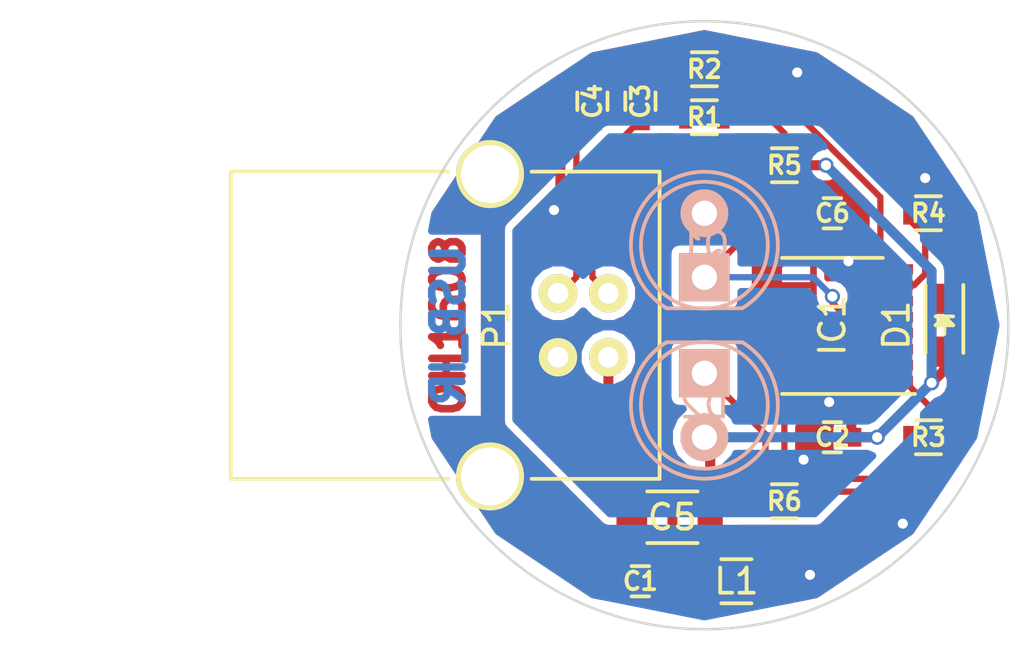
<source format=kicad_pcb>
(kicad_pcb (version 4) (host pcbnew "(2015-09-22 BZR 6208)-product")

  (general
    (links 35)
    (no_connects 0)
    (area 105.030001 92.225 146.050001 118.110001)
    (thickness 1.6)
    (drawings 4)
    (tracks 167)
    (zones 0)
    (modules 18)
    (nets 16)
  )

  (page A4)
  (layers
    (0 F.Cu signal)
    (31 B.Cu signal)
    (32 B.Adhes user)
    (33 F.Adhes user)
    (34 B.Paste user)
    (35 F.Paste user)
    (36 B.SilkS user)
    (37 F.SilkS user)
    (38 B.Mask user)
    (39 F.Mask user)
    (40 Dwgs.User user)
    (41 Cmts.User user)
    (42 Eco1.User user)
    (43 Eco2.User user)
    (44 Edge.Cuts user)
    (45 Margin user)
    (46 B.CrtYd user)
    (47 F.CrtYd user)
    (48 B.Fab user)
    (49 F.Fab user)
  )

  (setup
    (last_trace_width 0.4)
    (trace_clearance 0.2)
    (zone_clearance 0.3)
    (zone_45_only yes)
    (trace_min 0.2)
    (segment_width 0.2)
    (edge_width 0.1)
    (via_size 0.6)
    (via_drill 0.4)
    (via_min_size 0.4)
    (via_min_drill 0.3)
    (uvia_size 0.3)
    (uvia_drill 0.1)
    (uvias_allowed no)
    (uvia_min_size 0.2)
    (uvia_min_drill 0.1)
    (pcb_text_width 0.3)
    (pcb_text_size 1.5 1.5)
    (mod_edge_width 0.15)
    (mod_text_size 1 1)
    (mod_text_width 0.15)
    (pad_size 1.5 1.5)
    (pad_drill 0.6)
    (pad_to_mask_clearance 0)
    (aux_axis_origin 0 0)
    (visible_elements FFFEFF7F)
    (pcbplotparams
      (layerselection 0x010c0_80000001)
      (usegerberextensions false)
      (excludeedgelayer true)
      (linewidth 0.100000)
      (plotframeref false)
      (viasonmask true)
      (mode 1)
      (useauxorigin false)
      (hpglpennumber 1)
      (hpglpenspeed 20)
      (hpglpendiameter 15)
      (hpglpenoverlay 2)
      (psnegative false)
      (psa4output false)
      (plotreference true)
      (plotvalue true)
      (plotinvisibletext false)
      (padsonsilk false)
      (subtractmaskfromsilk false)
      (outputformat 1)
      (mirror false)
      (drillshape 0)
      (scaleselection 1)
      (outputdirectory ""))
  )

  (net 0 "")
  (net 1 "Net-(C1-Pad1)")
  (net 2 GND)
  (net 3 VCC)
  (net 4 "Net-(C3-Pad1)")
  (net 5 "Net-(C4-Pad1)")
  (net 6 "Net-(C6-Pad1)")
  (net 7 "Net-(D1-Pad1)")
  (net 8 "Net-(D2-Pad1)")
  (net 9 /TXD)
  (net 10 /RXD)
  (net 11 /~TXLED)
  (net 12 "Net-(IC1-Pad8)")
  (net 13 "Net-(IC1-Pad9)")
  (net 14 /~RXLED)
  (net 15 Earth)

  (net_class Default "Toto je výchozí třída sítě."
    (clearance 0.2)
    (trace_width 0.4)
    (via_dia 0.6)
    (via_drill 0.4)
    (uvia_dia 0.3)
    (uvia_drill 0.1)
    (add_net /RXD)
    (add_net /TXD)
    (add_net /~RXLED)
    (add_net /~TXLED)
    (add_net Earth)
    (add_net GND)
    (add_net "Net-(C1-Pad1)")
    (add_net "Net-(C3-Pad1)")
    (add_net "Net-(C4-Pad1)")
    (add_net "Net-(C6-Pad1)")
    (add_net "Net-(D1-Pad1)")
    (add_net "Net-(D2-Pad1)")
    (add_net "Net-(IC1-Pad8)")
    (add_net "Net-(IC1-Pad9)")
    (add_net VCC)
  )

  (module Capacitors_SMD:C_1206 (layer F.Cu) (tedit 57C42B35) (tstamp 57C417AF)
    (at 132.08 113.03 180)
    (descr "Capacitor SMD 1206, reflow soldering, AVX (see smccp.pdf)")
    (tags "capacitor 1206")
    (path /56AB1BC8)
    (attr smd)
    (fp_text reference C5 (at 0 0 180) (layer F.SilkS)
      (effects (font (size 1 1) (thickness 0.15)))
    )
    (fp_text value 4u7 (at 0 2.3 180) (layer F.Fab)
      (effects (font (size 1 1) (thickness 0.15)))
    )
    (fp_line (start -2.3 -1.15) (end 2.3 -1.15) (layer F.CrtYd) (width 0.05))
    (fp_line (start -2.3 1.15) (end 2.3 1.15) (layer F.CrtYd) (width 0.05))
    (fp_line (start -2.3 -1.15) (end -2.3 1.15) (layer F.CrtYd) (width 0.05))
    (fp_line (start 2.3 -1.15) (end 2.3 1.15) (layer F.CrtYd) (width 0.05))
    (fp_line (start 1 -1.025) (end -1 -1.025) (layer F.SilkS) (width 0.15))
    (fp_line (start -1 1.025) (end 1 1.025) (layer F.SilkS) (width 0.15))
    (pad 1 smd rect (at -1.5 0 180) (size 1 1.6) (layers F.Cu F.Paste F.Mask)
      (net 3 VCC))
    (pad 2 smd rect (at 1.5 0 180) (size 1 1.6) (layers F.Cu F.Paste F.Mask)
      (net 2 GND))
    (model Capacitors_SMD.3dshapes/C_1206.wrl
      (at (xyz 0 0 0))
      (scale (xyz 1 1 1))
      (rotate (xyz 0 0 0))
    )
  )

  (module LEDs:LED_0805 (layer F.Cu) (tedit 57C42AFD) (tstamp 57C417D6)
    (at 142.875 105.41 270)
    (descr "LED 0805 smd package")
    (tags "LED 0805 SMD")
    (path /56AB7732)
    (attr smd)
    (fp_text reference D1 (at 0 1.905 450) (layer F.SilkS)
      (effects (font (size 1 1) (thickness 0.15)))
    )
    (fp_text value LED_RD (at 0 1.75 270) (layer F.Fab)
      (effects (font (size 1 1) (thickness 0.15)))
    )
    (fp_line (start -0.4 -0.3) (end -0.4 0.3) (layer F.Fab) (width 0.15))
    (fp_line (start -0.3 0) (end 0 -0.3) (layer F.Fab) (width 0.15))
    (fp_line (start 0 0.3) (end -0.3 0) (layer F.Fab) (width 0.15))
    (fp_line (start 0 -0.3) (end 0 0.3) (layer F.Fab) (width 0.15))
    (fp_line (start 1 -0.6) (end -1 -0.6) (layer F.Fab) (width 0.15))
    (fp_line (start 1 0.6) (end 1 -0.6) (layer F.Fab) (width 0.15))
    (fp_line (start -1 0.6) (end 1 0.6) (layer F.Fab) (width 0.15))
    (fp_line (start -1 -0.6) (end -1 0.6) (layer F.Fab) (width 0.15))
    (fp_line (start -1.6 0.75) (end 1.1 0.75) (layer F.SilkS) (width 0.15))
    (fp_line (start -1.6 -0.75) (end 1.1 -0.75) (layer F.SilkS) (width 0.15))
    (fp_line (start -0.1 0.15) (end -0.1 -0.1) (layer F.SilkS) (width 0.15))
    (fp_line (start -0.1 -0.1) (end -0.25 0.05) (layer F.SilkS) (width 0.15))
    (fp_line (start -0.35 -0.35) (end -0.35 0.35) (layer F.SilkS) (width 0.15))
    (fp_line (start 0 0) (end 0.35 0) (layer F.SilkS) (width 0.15))
    (fp_line (start -0.35 0) (end 0 -0.35) (layer F.SilkS) (width 0.15))
    (fp_line (start 0 -0.35) (end 0 0.35) (layer F.SilkS) (width 0.15))
    (fp_line (start 0 0.35) (end -0.35 0) (layer F.SilkS) (width 0.15))
    (fp_line (start 1.9 -0.95) (end 1.9 0.95) (layer F.CrtYd) (width 0.05))
    (fp_line (start 1.9 0.95) (end -1.9 0.95) (layer F.CrtYd) (width 0.05))
    (fp_line (start -1.9 0.95) (end -1.9 -0.95) (layer F.CrtYd) (width 0.05))
    (fp_line (start -1.9 -0.95) (end 1.9 -0.95) (layer F.CrtYd) (width 0.05))
    (pad 2 smd rect (at 1.04902 0 90) (size 1.19888 1.19888) (layers F.Cu F.Paste F.Mask)
      (net 3 VCC))
    (pad 1 smd rect (at -1.04902 0 90) (size 1.19888 1.19888) (layers F.Cu F.Paste F.Mask)
      (net 7 "Net-(D1-Pad1)"))
    (model LEDs.3dshapes/LED_0805.wrl
      (at (xyz 0 0 0))
      (scale (xyz 1 1 1))
      (rotate (xyz 0 0 0))
    )
    (model LEDs.3dshapes/LED-0805.wrl
      (at (xyz 0 0 0))
      (scale (xyz 1 1 1))
      (rotate (xyz 0 0 0))
    )
  )

  (module Housings_SSOP:SSOP-16_3.9x4.9mm_Pitch0.635mm (layer F.Cu) (tedit 57C42B00) (tstamp 57C4181C)
    (at 138.43 105.41 180)
    (descr "SSOP16: plastic shrink small outline package; 16 leads; body width 3.9 mm; lead pitch 0.635; (see NXP SSOP-TSSOP-VSO-REFLOW.pdf and sot519-1_po.pdf)")
    (tags "SSOP 0.635")
    (path /56AB124D)
    (attr smd)
    (fp_text reference IC1 (at 0 0 270) (layer F.SilkS)
      (effects (font (size 1 1) (thickness 0.15)))
    )
    (fp_text value FT230XS (at 0 3.5 180) (layer F.Fab)
      (effects (font (size 1 1) (thickness 0.15)))
    )
    (fp_circle (center -1.5 -2) (end -1.75 -2) (layer F.Fab) (width 0.15))
    (fp_line (start -2 2.5) (end -2 -2.5) (layer F.Fab) (width 0.15))
    (fp_line (start 2 2.5) (end -2 2.5) (layer F.Fab) (width 0.15))
    (fp_line (start 2 -2.5) (end 2 2.5) (layer F.Fab) (width 0.15))
    (fp_line (start -2 -2.5) (end 2 -2.5) (layer F.Fab) (width 0.15))
    (fp_line (start -3.45 -2.85) (end -3.45 2.8) (layer F.CrtYd) (width 0.05))
    (fp_line (start 3.45 -2.85) (end 3.45 2.8) (layer F.CrtYd) (width 0.05))
    (fp_line (start -3.45 -2.85) (end 3.45 -2.85) (layer F.CrtYd) (width 0.05))
    (fp_line (start -3.45 2.8) (end 3.45 2.8) (layer F.CrtYd) (width 0.05))
    (fp_line (start -2 2.675) (end 2 2.675) (layer F.SilkS) (width 0.15))
    (fp_line (start -3.275 -2.725) (end 2 -2.725) (layer F.SilkS) (width 0.15))
    (pad 1 smd rect (at -2.6 -2.2225 180) (size 1.2 0.4) (layers F.Cu F.Paste F.Mask)
      (net 9 /TXD))
    (pad 2 smd rect (at -2.6 -1.5875 180) (size 1.2 0.4) (layers F.Cu F.Paste F.Mask))
    (pad 3 smd rect (at -2.6 -0.9525 180) (size 1.2 0.4) (layers F.Cu F.Paste F.Mask)
      (net 6 "Net-(C6-Pad1)"))
    (pad 4 smd rect (at -2.6 -0.3175 180) (size 1.2 0.4) (layers F.Cu F.Paste F.Mask)
      (net 10 /RXD))
    (pad 5 smd rect (at -2.6 0.3175 180) (size 1.2 0.4) (layers F.Cu F.Paste F.Mask)
      (net 2 GND))
    (pad 6 smd rect (at -2.6 0.9525 180) (size 1.2 0.4) (layers F.Cu F.Paste F.Mask))
    (pad 7 smd rect (at -2.6 1.5875 180) (size 1.2 0.4) (layers F.Cu F.Paste F.Mask)
      (net 11 /~TXLED))
    (pad 8 smd rect (at -2.6 2.2225 180) (size 1.2 0.4) (layers F.Cu F.Paste F.Mask)
      (net 12 "Net-(IC1-Pad8)"))
    (pad 9 smd rect (at 2.6 2.2225 180) (size 1.2 0.4) (layers F.Cu F.Paste F.Mask)
      (net 13 "Net-(IC1-Pad9)"))
    (pad 10 smd rect (at 2.6 1.5875 180) (size 1.2 0.4) (layers F.Cu F.Paste F.Mask)
      (net 6 "Net-(C6-Pad1)"))
    (pad 11 smd rect (at 2.6 0.9525 180) (size 1.2 0.4) (layers F.Cu F.Paste F.Mask)
      (net 6 "Net-(C6-Pad1)"))
    (pad 12 smd rect (at 2.6 0.3175 180) (size 1.2 0.4) (layers F.Cu F.Paste F.Mask)
      (net 3 VCC))
    (pad 13 smd rect (at 2.6 -0.3175 180) (size 1.2 0.4) (layers F.Cu F.Paste F.Mask)
      (net 2 GND))
    (pad 14 smd rect (at 2.6 -0.9525 180) (size 1.2 0.4) (layers F.Cu F.Paste F.Mask)
      (net 14 /~RXLED))
    (pad 15 smd rect (at 2.6 -1.5875 180) (size 1.2 0.4) (layers F.Cu F.Paste F.Mask))
    (pad 16 smd rect (at 2.6 -2.2225 180) (size 1.2 0.4) (layers F.Cu F.Paste F.Mask))
    (model Housings_SSOP.3dshapes/SSOP-16_3.9x4.9mm_Pitch0.635mm.wrl
      (at (xyz 0 0 0))
      (scale (xyz 1 1 1))
      (rotate (xyz 0 0 0))
    )
  )

  (module Resistors_SMD:R_0805 (layer F.Cu) (tedit 57C42B28) (tstamp 57C41828)
    (at 134.62 115.57 180)
    (descr "Resistor SMD 0805, reflow soldering, Vishay (see dcrcw.pdf)")
    (tags "resistor 0805")
    (path /56AB19E3)
    (attr smd)
    (fp_text reference L1 (at 0 0 180) (layer F.SilkS)
      (effects (font (size 1 1) (thickness 0.15)))
    )
    (fp_text value FERRITE (at 0 2.1 180) (layer F.Fab)
      (effects (font (size 1 1) (thickness 0.15)))
    )
    (fp_line (start -1.6 -1) (end 1.6 -1) (layer F.CrtYd) (width 0.05))
    (fp_line (start -1.6 1) (end 1.6 1) (layer F.CrtYd) (width 0.05))
    (fp_line (start -1.6 -1) (end -1.6 1) (layer F.CrtYd) (width 0.05))
    (fp_line (start 1.6 -1) (end 1.6 1) (layer F.CrtYd) (width 0.05))
    (fp_line (start 0.6 0.875) (end -0.6 0.875) (layer F.SilkS) (width 0.15))
    (fp_line (start -0.6 -0.875) (end 0.6 -0.875) (layer F.SilkS) (width 0.15))
    (pad 1 smd rect (at -0.95 0 180) (size 0.7 1.3) (layers F.Cu F.Paste F.Mask)
      (net 3 VCC))
    (pad 2 smd rect (at 0.95 0 180) (size 0.7 1.3) (layers F.Cu F.Paste F.Mask)
      (net 1 "Net-(C1-Pad1)"))
    (model Resistors_SMD.3dshapes/R_0805.wrl
      (at (xyz 0 0 0))
      (scale (xyz 1 1 1))
      (rotate (xyz 0 0 0))
    )
  )

  (module Connect:USB_B (layer F.Cu) (tedit 57C42B08) (tstamp 57C4183C)
    (at 129.54 106.68 180)
    (descr "USB B connector")
    (tags "USB_B USB_DEV")
    (path /56AB17A9)
    (fp_text reference P1 (at 4.445 1.27 270) (layer F.SilkS)
      (effects (font (size 1 1) (thickness 0.15)))
    )
    (fp_text value USB_B (at 4.699 1.27 270) (layer F.Fab)
      (effects (font (size 1 1) (thickness 0.15)))
    )
    (fp_line (start 15.25 8.9) (end -2.3 8.9) (layer F.CrtYd) (width 0.05))
    (fp_line (start -2.3 8.9) (end -2.3 -6.35) (layer F.CrtYd) (width 0.05))
    (fp_line (start -2.3 -6.35) (end 15.25 -6.35) (layer F.CrtYd) (width 0.05))
    (fp_line (start 15.25 -6.35) (end 15.25 8.9) (layer F.CrtYd) (width 0.05))
    (fp_line (start 6.35 7.366) (end 14.986 7.366) (layer F.SilkS) (width 0.15))
    (fp_line (start -2.032 7.366) (end 3.048 7.366) (layer F.SilkS) (width 0.15))
    (fp_line (start 6.35 -4.826) (end 14.986 -4.826) (layer F.SilkS) (width 0.15))
    (fp_line (start -2.032 -4.826) (end 3.048 -4.826) (layer F.SilkS) (width 0.15))
    (fp_line (start 14.986 -4.826) (end 14.986 7.366) (layer F.SilkS) (width 0.15))
    (fp_line (start -2.032 7.366) (end -2.032 -4.826) (layer F.SilkS) (width 0.15))
    (pad 2 thru_hole circle (at 0 2.54 90) (size 1.524 1.524) (drill 0.8128) (layers *.Cu *.Mask F.SilkS)
      (net 4 "Net-(C3-Pad1)"))
    (pad 1 thru_hole circle (at 0 0 90) (size 1.524 1.524) (drill 0.8128) (layers *.Cu *.Mask F.SilkS)
      (net 1 "Net-(C1-Pad1)"))
    (pad 4 thru_hole circle (at 1.99898 0 90) (size 1.524 1.524) (drill 0.8128) (layers *.Cu *.Mask F.SilkS)
      (net 2 GND))
    (pad 3 thru_hole circle (at 1.99898 2.54 90) (size 1.524 1.524) (drill 0.8128) (layers *.Cu *.Mask F.SilkS)
      (net 5 "Net-(C4-Pad1)"))
    (pad 5 thru_hole circle (at 4.699 7.26948 90) (size 2.70002 2.70002) (drill 2.30124) (layers *.Cu *.Mask F.SilkS)
      (net 15 Earth))
    (pad 5 thru_hole circle (at 4.699 -4.72948 90) (size 2.70002 2.70002) (drill 2.30124) (layers *.Cu *.Mask F.SilkS)
      (net 15 Earth))
    (model Connect.3dshapes/USB_B.wrl
      (at (xyz 0.185 -0.05 0.001))
      (scale (xyz 0.3937 0.3937 0.3937))
      (rotate (xyz 0 0 -90))
    )
  )

  (module LEDs:LED-5MM (layer B.Cu) (tedit 57C42BC1) (tstamp 57C41848)
    (at 133.35 103.505 90)
    (descr "LED 5mm round vertical")
    (tags "LED 5mm round vertical")
    (path /57C43F65)
    (fp_text reference Q1 (at 1.27 0 180) (layer B.SilkS)
      (effects (font (size 1 1) (thickness 0.15)) (justify mirror))
    )
    (fp_text value L-53P3C (at 1.524 3.937 90) (layer B.Fab)
      (effects (font (size 1 1) (thickness 0.15)) (justify mirror))
    )
    (fp_line (start -1.5 1.55) (end -1.5 -1.55) (layer B.CrtYd) (width 0.05))
    (fp_arc (start 1.3 0) (end -1.5 -1.55) (angle 302) (layer B.CrtYd) (width 0.05))
    (fp_arc (start 1.27 0) (end -1.23 1.5) (angle -297.5) (layer B.SilkS) (width 0.15))
    (fp_line (start -1.23 -1.5) (end -1.23 1.5) (layer B.SilkS) (width 0.15))
    (fp_circle (center 1.27 0) (end 0.97 2.5) (layer B.SilkS) (width 0.15))
    (fp_text user K (at -1.905 -1.905 90) (layer B.SilkS) hide
      (effects (font (size 1 1) (thickness 0.15)) (justify mirror))
    )
    (pad 1 thru_hole rect (at 0 0) (size 2 1.9) (drill 1.00076) (layers *.Cu *.Mask B.SilkS)
      (net 10 /RXD))
    (pad 2 thru_hole circle (at 2.54 0 90) (size 1.9 1.9) (drill 1.00076) (layers *.Cu *.Mask B.SilkS)
      (net 2 GND))
    (model LEDs.3dshapes/LED-5MM.wrl
      (at (xyz 0.05 0 0))
      (scale (xyz 1 1 1))
      (rotate (xyz 0 0 90))
    )
  )

  (module Capacitors_SMD:C_0603 (layer F.Cu) (tedit 57C42B31) (tstamp 57C41C42)
    (at 130.81 115.57 180)
    (descr "Capacitor SMD 0603, reflow soldering, AVX (see smccp.pdf)")
    (tags "capacitor 0603")
    (path /56AB1939)
    (attr smd)
    (fp_text reference C1 (at 0 0 180) (layer F.SilkS)
      (effects (font (size 0.7 0.7) (thickness 0.15)))
    )
    (fp_text value 10n (at 0 1.9 180) (layer F.Fab)
      (effects (font (size 1 1) (thickness 0.15)))
    )
    (fp_line (start -1.45 -0.75) (end 1.45 -0.75) (layer F.CrtYd) (width 0.05))
    (fp_line (start -1.45 0.75) (end 1.45 0.75) (layer F.CrtYd) (width 0.05))
    (fp_line (start -1.45 -0.75) (end -1.45 0.75) (layer F.CrtYd) (width 0.05))
    (fp_line (start 1.45 -0.75) (end 1.45 0.75) (layer F.CrtYd) (width 0.05))
    (fp_line (start -0.35 -0.6) (end 0.35 -0.6) (layer F.SilkS) (width 0.15))
    (fp_line (start 0.35 0.6) (end -0.35 0.6) (layer F.SilkS) (width 0.15))
    (pad 1 smd rect (at -0.75 0 180) (size 0.8 0.75) (layers F.Cu F.Paste F.Mask)
      (net 1 "Net-(C1-Pad1)"))
    (pad 2 smd rect (at 0.75 0 180) (size 0.8 0.75) (layers F.Cu F.Paste F.Mask)
      (net 2 GND))
    (model Capacitors_SMD.3dshapes/C_0603.wrl
      (at (xyz 0 0 0))
      (scale (xyz 1 1 1))
      (rotate (xyz 0 0 0))
    )
  )

  (module Capacitors_SMD:C_0603 (layer F.Cu) (tedit 57C42B13) (tstamp 57C41C4D)
    (at 138.43 109.855 180)
    (descr "Capacitor SMD 0603, reflow soldering, AVX (see smccp.pdf)")
    (tags "capacitor 0603")
    (path /56AB1B5B)
    (attr smd)
    (fp_text reference C2 (at 0 0 180) (layer F.SilkS)
      (effects (font (size 0.7 0.7) (thickness 0.15)))
    )
    (fp_text value 100n (at 0 1.9 180) (layer F.Fab)
      (effects (font (size 1 1) (thickness 0.15)))
    )
    (fp_line (start -1.45 -0.75) (end 1.45 -0.75) (layer F.CrtYd) (width 0.05))
    (fp_line (start -1.45 0.75) (end 1.45 0.75) (layer F.CrtYd) (width 0.05))
    (fp_line (start -1.45 -0.75) (end -1.45 0.75) (layer F.CrtYd) (width 0.05))
    (fp_line (start 1.45 -0.75) (end 1.45 0.75) (layer F.CrtYd) (width 0.05))
    (fp_line (start -0.35 -0.6) (end 0.35 -0.6) (layer F.SilkS) (width 0.15))
    (fp_line (start 0.35 0.6) (end -0.35 0.6) (layer F.SilkS) (width 0.15))
    (pad 1 smd rect (at -0.75 0 180) (size 0.8 0.75) (layers F.Cu F.Paste F.Mask)
      (net 3 VCC))
    (pad 2 smd rect (at 0.75 0 180) (size 0.8 0.75) (layers F.Cu F.Paste F.Mask)
      (net 2 GND))
    (model Capacitors_SMD.3dshapes/C_0603.wrl
      (at (xyz 0 0 0))
      (scale (xyz 1 1 1))
      (rotate (xyz 0 0 0))
    )
  )

  (module Capacitors_SMD:C_0603 (layer F.Cu) (tedit 57C42ADB) (tstamp 57C41C58)
    (at 130.81 96.52 90)
    (descr "Capacitor SMD 0603, reflow soldering, AVX (see smccp.pdf)")
    (tags "capacitor 0603")
    (path /56AB150B)
    (attr smd)
    (fp_text reference C3 (at 0 0 90) (layer F.SilkS)
      (effects (font (size 0.7 0.7) (thickness 0.15)))
    )
    (fp_text value 47p (at 0 1.9 90) (layer F.Fab)
      (effects (font (size 1 1) (thickness 0.15)))
    )
    (fp_line (start -1.45 -0.75) (end 1.45 -0.75) (layer F.CrtYd) (width 0.05))
    (fp_line (start -1.45 0.75) (end 1.45 0.75) (layer F.CrtYd) (width 0.05))
    (fp_line (start -1.45 -0.75) (end -1.45 0.75) (layer F.CrtYd) (width 0.05))
    (fp_line (start 1.45 -0.75) (end 1.45 0.75) (layer F.CrtYd) (width 0.05))
    (fp_line (start -0.35 -0.6) (end 0.35 -0.6) (layer F.SilkS) (width 0.15))
    (fp_line (start 0.35 0.6) (end -0.35 0.6) (layer F.SilkS) (width 0.15))
    (pad 1 smd rect (at -0.75 0 90) (size 0.8 0.75) (layers F.Cu F.Paste F.Mask)
      (net 4 "Net-(C3-Pad1)"))
    (pad 2 smd rect (at 0.75 0 90) (size 0.8 0.75) (layers F.Cu F.Paste F.Mask)
      (net 2 GND))
    (model Capacitors_SMD.3dshapes/C_0603.wrl
      (at (xyz 0 0 0))
      (scale (xyz 1 1 1))
      (rotate (xyz 0 0 0))
    )
  )

  (module Capacitors_SMD:C_0603 (layer F.Cu) (tedit 57C42AD6) (tstamp 57C41C63)
    (at 128.905 96.52 90)
    (descr "Capacitor SMD 0603, reflow soldering, AVX (see smccp.pdf)")
    (tags "capacitor 0603")
    (path /56AB14DE)
    (attr smd)
    (fp_text reference C4 (at 0 0 90) (layer F.SilkS)
      (effects (font (size 0.7 0.7) (thickness 0.15)))
    )
    (fp_text value 47p (at 0 1.9 90) (layer F.Fab)
      (effects (font (size 1 1) (thickness 0.15)))
    )
    (fp_line (start -1.45 -0.75) (end 1.45 -0.75) (layer F.CrtYd) (width 0.05))
    (fp_line (start -1.45 0.75) (end 1.45 0.75) (layer F.CrtYd) (width 0.05))
    (fp_line (start -1.45 -0.75) (end -1.45 0.75) (layer F.CrtYd) (width 0.05))
    (fp_line (start 1.45 -0.75) (end 1.45 0.75) (layer F.CrtYd) (width 0.05))
    (fp_line (start -0.35 -0.6) (end 0.35 -0.6) (layer F.SilkS) (width 0.15))
    (fp_line (start 0.35 0.6) (end -0.35 0.6) (layer F.SilkS) (width 0.15))
    (pad 1 smd rect (at -0.75 0 90) (size 0.8 0.75) (layers F.Cu F.Paste F.Mask)
      (net 5 "Net-(C4-Pad1)"))
    (pad 2 smd rect (at 0.75 0 90) (size 0.8 0.75) (layers F.Cu F.Paste F.Mask)
      (net 2 GND))
    (model Capacitors_SMD.3dshapes/C_0603.wrl
      (at (xyz 0 0 0))
      (scale (xyz 1 1 1))
      (rotate (xyz 0 0 0))
    )
  )

  (module Capacitors_SMD:C_0603 (layer F.Cu) (tedit 57C42AE5) (tstamp 57C41C6E)
    (at 138.43 100.965)
    (descr "Capacitor SMD 0603, reflow soldering, AVX (see smccp.pdf)")
    (tags "capacitor 0603")
    (path /56AB12F0)
    (attr smd)
    (fp_text reference C6 (at 0 0) (layer F.SilkS)
      (effects (font (size 0.7 0.7) (thickness 0.15)))
    )
    (fp_text value 100n (at 0 1.9) (layer F.Fab)
      (effects (font (size 1 1) (thickness 0.15)))
    )
    (fp_line (start -1.45 -0.75) (end 1.45 -0.75) (layer F.CrtYd) (width 0.05))
    (fp_line (start -1.45 0.75) (end 1.45 0.75) (layer F.CrtYd) (width 0.05))
    (fp_line (start -1.45 -0.75) (end -1.45 0.75) (layer F.CrtYd) (width 0.05))
    (fp_line (start 1.45 -0.75) (end 1.45 0.75) (layer F.CrtYd) (width 0.05))
    (fp_line (start -0.35 -0.6) (end 0.35 -0.6) (layer F.SilkS) (width 0.15))
    (fp_line (start 0.35 0.6) (end -0.35 0.6) (layer F.SilkS) (width 0.15))
    (pad 1 smd rect (at -0.75 0) (size 0.8 0.75) (layers F.Cu F.Paste F.Mask)
      (net 6 "Net-(C6-Pad1)"))
    (pad 2 smd rect (at 0.75 0) (size 0.8 0.75) (layers F.Cu F.Paste F.Mask)
      (net 2 GND))
    (model Capacitors_SMD.3dshapes/C_0603.wrl
      (at (xyz 0 0 0))
      (scale (xyz 1 1 1))
      (rotate (xyz 0 0 0))
    )
  )

  (module LEDs:LED-5MM (layer B.Cu) (tedit 57C42BC5) (tstamp 57C41C79)
    (at 133.35 107.315 270)
    (descr "LED 5mm round vertical")
    (tags "LED 5mm round vertical")
    (path /57C41F91)
    (fp_text reference D2 (at 1.27 0 360) (layer B.SilkS)
      (effects (font (size 1 1) (thickness 0.15)) (justify mirror))
    )
    (fp_text value L-53F3C (at 1.524 3.937 270) (layer B.Fab)
      (effects (font (size 1 1) (thickness 0.15)) (justify mirror))
    )
    (fp_line (start -1.5 1.55) (end -1.5 -1.55) (layer B.CrtYd) (width 0.05))
    (fp_arc (start 1.3 0) (end -1.5 -1.55) (angle 302) (layer B.CrtYd) (width 0.05))
    (fp_arc (start 1.27 0) (end -1.23 1.5) (angle -297.5) (layer B.SilkS) (width 0.15))
    (fp_line (start -1.23 -1.5) (end -1.23 1.5) (layer B.SilkS) (width 0.15))
    (fp_circle (center 1.27 0) (end 0.97 2.5) (layer B.SilkS) (width 0.15))
    (fp_text user K (at -1.905 -1.905 270) (layer B.SilkS) hide
      (effects (font (size 1 1) (thickness 0.15)) (justify mirror))
    )
    (pad 1 thru_hole rect (at 0 0 180) (size 2 1.9) (drill 1.00076) (layers *.Cu *.Mask B.SilkS)
      (net 8 "Net-(D2-Pad1)"))
    (pad 2 thru_hole circle (at 2.54 0 270) (size 1.9 1.9) (drill 1.00076) (layers *.Cu *.Mask B.SilkS)
      (net 3 VCC))
    (model LEDs.3dshapes/LED-5MM.wrl
      (at (xyz 0.05 0 0))
      (scale (xyz 1 1 1))
      (rotate (xyz 0 0 90))
    )
  )

  (module Resistors_SMD:R_0603 (layer F.Cu) (tedit 57C42ACB) (tstamp 57C41C84)
    (at 133.35 97.155 180)
    (descr "Resistor SMD 0603, reflow soldering, Vishay (see dcrcw.pdf)")
    (tags "resistor 0603")
    (path /56AB13EB)
    (attr smd)
    (fp_text reference R1 (at 0 0 180) (layer F.SilkS)
      (effects (font (size 0.7 0.7) (thickness 0.15)))
    )
    (fp_text value 27R (at 0 1.9 180) (layer F.Fab)
      (effects (font (size 1 1) (thickness 0.15)))
    )
    (fp_line (start -1.3 -0.8) (end 1.3 -0.8) (layer F.CrtYd) (width 0.05))
    (fp_line (start -1.3 0.8) (end 1.3 0.8) (layer F.CrtYd) (width 0.05))
    (fp_line (start -1.3 -0.8) (end -1.3 0.8) (layer F.CrtYd) (width 0.05))
    (fp_line (start 1.3 -0.8) (end 1.3 0.8) (layer F.CrtYd) (width 0.05))
    (fp_line (start 0.5 0.675) (end -0.5 0.675) (layer F.SilkS) (width 0.15))
    (fp_line (start -0.5 -0.675) (end 0.5 -0.675) (layer F.SilkS) (width 0.15))
    (pad 1 smd rect (at -0.75 0 180) (size 0.5 0.9) (layers F.Cu F.Paste F.Mask)
      (net 13 "Net-(IC1-Pad9)"))
    (pad 2 smd rect (at 0.75 0 180) (size 0.5 0.9) (layers F.Cu F.Paste F.Mask)
      (net 4 "Net-(C3-Pad1)"))
    (model Resistors_SMD.3dshapes/R_0603.wrl
      (at (xyz 0 0 0))
      (scale (xyz 1 1 1))
      (rotate (xyz 0 0 0))
    )
  )

  (module Resistors_SMD:R_0603 (layer F.Cu) (tedit 57C42AB9) (tstamp 57C41C8F)
    (at 133.35 95.25 180)
    (descr "Resistor SMD 0603, reflow soldering, Vishay (see dcrcw.pdf)")
    (tags "resistor 0603")
    (path /56AB1459)
    (attr smd)
    (fp_text reference R2 (at 0 0 180) (layer F.SilkS)
      (effects (font (size 0.7 0.7) (thickness 0.15)))
    )
    (fp_text value 27R (at 0 1.9 180) (layer F.Fab)
      (effects (font (size 1 1) (thickness 0.15)))
    )
    (fp_line (start -1.3 -0.8) (end 1.3 -0.8) (layer F.CrtYd) (width 0.05))
    (fp_line (start -1.3 0.8) (end 1.3 0.8) (layer F.CrtYd) (width 0.05))
    (fp_line (start -1.3 -0.8) (end -1.3 0.8) (layer F.CrtYd) (width 0.05))
    (fp_line (start 1.3 -0.8) (end 1.3 0.8) (layer F.CrtYd) (width 0.05))
    (fp_line (start 0.5 0.675) (end -0.5 0.675) (layer F.SilkS) (width 0.15))
    (fp_line (start -0.5 -0.675) (end 0.5 -0.675) (layer F.SilkS) (width 0.15))
    (pad 1 smd rect (at -0.75 0 180) (size 0.5 0.9) (layers F.Cu F.Paste F.Mask)
      (net 12 "Net-(IC1-Pad8)"))
    (pad 2 smd rect (at 0.75 0 180) (size 0.5 0.9) (layers F.Cu F.Paste F.Mask)
      (net 5 "Net-(C4-Pad1)"))
    (model Resistors_SMD.3dshapes/R_0603.wrl
      (at (xyz 0 0 0))
      (scale (xyz 1 1 1))
      (rotate (xyz 0 0 0))
    )
  )

  (module Resistors_SMD:R_0603 (layer F.Cu) (tedit 57C42B1D) (tstamp 57C41C9A)
    (at 142.24 109.855 180)
    (descr "Resistor SMD 0603, reflow soldering, Vishay (see dcrcw.pdf)")
    (tags "resistor 0603")
    (path /56AB7AB5)
    (attr smd)
    (fp_text reference R3 (at 0 0 180) (layer F.SilkS)
      (effects (font (size 0.7 0.7) (thickness 0.15)))
    )
    (fp_text value 470R (at 0 1.9 180) (layer F.Fab)
      (effects (font (size 1 1) (thickness 0.15)))
    )
    (fp_line (start -1.3 -0.8) (end 1.3 -0.8) (layer F.CrtYd) (width 0.05))
    (fp_line (start -1.3 0.8) (end 1.3 0.8) (layer F.CrtYd) (width 0.05))
    (fp_line (start -1.3 -0.8) (end -1.3 0.8) (layer F.CrtYd) (width 0.05))
    (fp_line (start 1.3 -0.8) (end 1.3 0.8) (layer F.CrtYd) (width 0.05))
    (fp_line (start 0.5 0.675) (end -0.5 0.675) (layer F.SilkS) (width 0.15))
    (fp_line (start -0.5 -0.675) (end 0.5 -0.675) (layer F.SilkS) (width 0.15))
    (pad 1 smd rect (at -0.75 0 180) (size 0.5 0.9) (layers F.Cu F.Paste F.Mask)
      (net 7 "Net-(D1-Pad1)"))
    (pad 2 smd rect (at 0.75 0 180) (size 0.5 0.9) (layers F.Cu F.Paste F.Mask)
      (net 14 /~RXLED))
    (model Resistors_SMD.3dshapes/R_0603.wrl
      (at (xyz 0 0 0))
      (scale (xyz 1 1 1))
      (rotate (xyz 0 0 0))
    )
  )

  (module Resistors_SMD:R_0603 (layer F.Cu) (tedit 57C42AC3) (tstamp 57C41CA5)
    (at 136.525 99.06)
    (descr "Resistor SMD 0603, reflow soldering, Vishay (see dcrcw.pdf)")
    (tags "resistor 0603")
    (path /57C41DB7)
    (attr smd)
    (fp_text reference R5 (at 0 0) (layer F.SilkS)
      (effects (font (size 0.7 0.7) (thickness 0.15)))
    )
    (fp_text value 4k7 (at 0 1.9) (layer F.Fab)
      (effects (font (size 1 1) (thickness 0.15)))
    )
    (fp_line (start -1.3 -0.8) (end 1.3 -0.8) (layer F.CrtYd) (width 0.05))
    (fp_line (start -1.3 0.8) (end 1.3 0.8) (layer F.CrtYd) (width 0.05))
    (fp_line (start -1.3 -0.8) (end -1.3 0.8) (layer F.CrtYd) (width 0.05))
    (fp_line (start 1.3 -0.8) (end 1.3 0.8) (layer F.CrtYd) (width 0.05))
    (fp_line (start 0.5 0.675) (end -0.5 0.675) (layer F.SilkS) (width 0.15))
    (fp_line (start -0.5 -0.675) (end 0.5 -0.675) (layer F.SilkS) (width 0.15))
    (pad 1 smd rect (at -0.75 0) (size 0.5 0.9) (layers F.Cu F.Paste F.Mask)
      (net 10 /RXD))
    (pad 2 smd rect (at 0.75 0) (size 0.5 0.9) (layers F.Cu F.Paste F.Mask)
      (net 3 VCC))
    (model Resistors_SMD.3dshapes/R_0603.wrl
      (at (xyz 0 0 0))
      (scale (xyz 1 1 1))
      (rotate (xyz 0 0 0))
    )
  )

  (module Resistors_SMD:R_0603 (layer F.Cu) (tedit 57C42B24) (tstamp 57C41CB0)
    (at 136.525 112.395)
    (descr "Resistor SMD 0603, reflow soldering, Vishay (see dcrcw.pdf)")
    (tags "resistor 0603")
    (path /57C41EEE)
    (attr smd)
    (fp_text reference R6 (at 0 0) (layer F.SilkS)
      (effects (font (size 0.7 0.7) (thickness 0.15)))
    )
    (fp_text value 390R (at 0 1.9) (layer F.Fab)
      (effects (font (size 1 1) (thickness 0.15)))
    )
    (fp_line (start -1.3 -0.8) (end 1.3 -0.8) (layer F.CrtYd) (width 0.05))
    (fp_line (start -1.3 0.8) (end 1.3 0.8) (layer F.CrtYd) (width 0.05))
    (fp_line (start -1.3 -0.8) (end -1.3 0.8) (layer F.CrtYd) (width 0.05))
    (fp_line (start 1.3 -0.8) (end 1.3 0.8) (layer F.CrtYd) (width 0.05))
    (fp_line (start 0.5 0.675) (end -0.5 0.675) (layer F.SilkS) (width 0.15))
    (fp_line (start -0.5 -0.675) (end 0.5 -0.675) (layer F.SilkS) (width 0.15))
    (pad 1 smd rect (at -0.75 0) (size 0.5 0.9) (layers F.Cu F.Paste F.Mask)
      (net 8 "Net-(D2-Pad1)"))
    (pad 2 smd rect (at 0.75 0) (size 0.5 0.9) (layers F.Cu F.Paste F.Mask)
      (net 9 /TXD))
    (model Resistors_SMD.3dshapes/R_0603.wrl
      (at (xyz 0 0 0))
      (scale (xyz 1 1 1))
      (rotate (xyz 0 0 0))
    )
  )

  (module Resistors_SMD:R_0603 (layer F.Cu) (tedit 57C42AED) (tstamp 57C41EAD)
    (at 142.24 100.965 180)
    (descr "Resistor SMD 0603, reflow soldering, Vishay (see dcrcw.pdf)")
    (tags "resistor 0603")
    (path /56AB7B2C)
    (attr smd)
    (fp_text reference R4 (at 0 0 180) (layer F.SilkS)
      (effects (font (size 0.7 0.7) (thickness 0.15)))
    )
    (fp_text value 470R (at 0 1.9 180) (layer F.Fab)
      (effects (font (size 1 1) (thickness 0.15)))
    )
    (fp_line (start -1.3 -0.8) (end 1.3 -0.8) (layer F.CrtYd) (width 0.05))
    (fp_line (start -1.3 0.8) (end 1.3 0.8) (layer F.CrtYd) (width 0.05))
    (fp_line (start -1.3 -0.8) (end -1.3 0.8) (layer F.CrtYd) (width 0.05))
    (fp_line (start 1.3 -0.8) (end 1.3 0.8) (layer F.CrtYd) (width 0.05))
    (fp_line (start 0.5 0.675) (end -0.5 0.675) (layer F.SilkS) (width 0.15))
    (fp_line (start -0.5 -0.675) (end 0.5 -0.675) (layer F.SilkS) (width 0.15))
    (pad 1 smd rect (at -0.75 0 180) (size 0.5 0.9) (layers F.Cu F.Paste F.Mask)
      (net 7 "Net-(D1-Pad1)"))
    (pad 2 smd rect (at 0.75 0 180) (size 0.5 0.9) (layers F.Cu F.Paste F.Mask)
      (net 11 /~TXLED))
    (model Resistors_SMD.3dshapes/R_0603.wrl
      (at (xyz 0 0 0))
      (scale (xyz 1 1 1))
      (rotate (xyz 0 0 0))
    )
  )

  (gr_text USB_IR (at 123.19 105.41 90) (layer B.Cu)
    (effects (font (size 1.2 1.2) (thickness 0.3)) (justify mirror))
  )
  (gr_text OH1608 (at 123.19 105.41 90) (layer F.Cu)
    (effects (font (size 1.2 1.2) (thickness 0.3)))
  )
  (dimension 24.13 (width 0.3) (layer Dwgs.User)
    (gr_text "24,130 mm" (at 111.68 105.41 270) (layer Dwgs.User)
      (effects (font (size 1.5 1.5) (thickness 0.3)))
    )
    (feature1 (pts (xy 133.35 117.475) (xy 110.33 117.475)))
    (feature2 (pts (xy 133.35 93.345) (xy 110.33 93.345)))
    (crossbar (pts (xy 113.03 93.345) (xy 113.03 117.475)))
    (arrow1a (pts (xy 113.03 117.475) (xy 112.443579 116.348496)))
    (arrow1b (pts (xy 113.03 117.475) (xy 113.616421 116.348496)))
    (arrow2a (pts (xy 113.03 93.345) (xy 112.443579 94.471504)))
    (arrow2b (pts (xy 113.03 93.345) (xy 113.616421 94.471504)))
  )
  (gr_circle (center 133.35 105.41) (end 133.35 117.475) (layer Edge.Cuts) (width 0.1))

  (segment (start 133.67 115.57) (end 132.08 115.57) (width 0.4) (layer F.Cu) (net 1))
  (segment (start 129.54 109.22) (end 129.54 106.68) (width 0.4) (layer F.Cu) (net 1) (tstamp 57C42273))
  (segment (start 132.08 115.57) (end 132.08 111.76) (width 0.4) (layer F.Cu) (net 1) (tstamp 57C42271))
  (segment (start 131.56 115.57) (end 133.67 115.57) (width 0.4) (layer F.Cu) (net 1))
  (segment (start 132.08 111.76) (end 129.54 109.22) (width 0.4) (layer F.Cu) (net 1) (tstamp 57C42272))
  (segment (start 137.68 109.855) (end 137.68 108.954) (width 0.4) (layer F.Cu) (net 2) (status 400000))
  (segment (start 137.68 108.954) (end 138.176 108.458) (width 0.4) (layer F.Cu) (net 2) (tstamp 57C432F4))
  (segment (start 138.176 108.458) (end 138.303 108.458) (width 0.4) (layer F.Cu) (net 2) (tstamp 57C432F6))
  (via (at 138.303 108.458) (size 0.6) (drill 0.4) (layers F.Cu B.Cu) (net 2))
  (segment (start 138.303 108.458) (end 138.303 108.204) (width 0.4) (layer B.Cu) (net 2) (tstamp 57C432FB))
  (segment (start 130.06 115.57) (end 130.06 112.28) (width 0.4) (layer F.Cu) (net 2))
  (segment (start 130.06 112.28) (end 130.58 112.8) (width 0.4) (layer F.Cu) (net 2) (tstamp 57C42710))
  (segment (start 130.58 112.8) (end 130.58 113.03) (width 0.4) (layer F.Cu) (net 2) (tstamp 57C42712))
  (segment (start 137.68 109.855) (end 137.68 110.351) (width 0.4) (layer F.Cu) (net 2))
  (segment (start 137.287 110.744) (end 137.541 110.744) (width 0.4) (layer B.Cu) (net 2) (tstamp 57C424E9))
  (via (at 137.287 110.744) (size 0.6) (drill 0.4) (layers F.Cu B.Cu) (net 2))
  (segment (start 137.68 110.351) (end 137.287 110.744) (width 0.4) (layer F.Cu) (net 2) (tstamp 57C424DE))
  (segment (start 135.83 105.7275) (end 136.8425 105.7275) (width 0.4) (layer F.Cu) (net 2))
  (segment (start 137.68 108.954) (end 137.68 109.855) (width 0.4) (layer F.Cu) (net 2) (tstamp 57C42475))
  (segment (start 137.922 108.712) (end 137.68 108.954) (width 0.4) (layer F.Cu) (net 2) (tstamp 57C42473))
  (segment (start 137.922 106.807) (end 137.922 108.712) (width 0.4) (layer F.Cu) (net 2) (tstamp 57C4246F))
  (segment (start 136.8425 105.7275) (end 137.922 106.807) (width 0.4) (layer F.Cu) (net 2) (tstamp 57C4246D))
  (segment (start 130.06 115.57) (end 130.06 113.55) (width 0.4) (layer F.Cu) (net 2))
  (segment (start 135.83 105.7275) (end 131.1275 105.7275) (width 0.4) (layer F.Cu) (net 2))
  (segment (start 131.1275 105.7275) (end 130.81 105.41) (width 0.4) (layer F.Cu) (net 2) (tstamp 57C42411))
  (segment (start 130.81 105.41) (end 128.81102 105.41) (width 0.4) (layer F.Cu) (net 2) (tstamp 57C42414))
  (segment (start 130.81 95.77) (end 128.905 95.77) (width 0.4) (layer F.Cu) (net 2))
  (segment (start 128.905 95.77) (end 128.79 95.885) (width 0.4) (layer F.Cu) (net 2) (tstamp 57C423F6))
  (segment (start 128.79 95.885) (end 128.27 95.885) (width 0.4) (layer F.Cu) (net 2) (tstamp 57C423F7))
  (segment (start 128.27 95.885) (end 127.635 96.52) (width 0.4) (layer F.Cu) (net 2) (tstamp 57C423FA))
  (segment (start 127.635 96.52) (end 127.635 101.6) (width 0.4) (layer F.Cu) (net 2) (tstamp 57C423FB))
  (segment (start 133.35 100.965) (end 134.62 99.695) (width 0.4) (layer B.Cu) (net 2))
  (segment (start 140.0175 105.0925) (end 141.03 105.0925) (width 0.4) (layer F.Cu) (net 2) (tstamp 57C4229E))
  (segment (start 139.7 104.775) (end 140.0175 105.0925) (width 0.4) (layer F.Cu) (net 2) (tstamp 57C4229D))
  (segment (start 139.7 103.505) (end 139.7 104.775) (width 0.4) (layer F.Cu) (net 2) (tstamp 57C4229C))
  (segment (start 139.065 102.87) (end 139.7 103.505) (width 0.4) (layer F.Cu) (net 2) (tstamp 57C4229B))
  (via (at 139.065 102.87) (size 0.6) (drill 0.4) (layers F.Cu B.Cu) (net 2))
  (segment (start 135.89 99.695) (end 139.065 102.87) (width 0.4) (layer B.Cu) (net 2) (tstamp 57C42298))
  (segment (start 134.62 99.695) (end 135.89 99.695) (width 0.4) (layer B.Cu) (net 2) (tstamp 57C42297))
  (segment (start 127.635 101.6) (end 127.635 101.092) (width 0.4) (layer F.Cu) (net 2))
  (segment (start 126.111 105.24998) (end 127.54102 106.68) (width 0.4) (layer B.Cu) (net 2) (tstamp 57C4250E))
  (segment (start 126.111 102.108) (end 126.111 105.24998) (width 0.4) (layer B.Cu) (net 2) (tstamp 57C42505))
  (segment (start 127.381 100.838) (end 126.111 102.108) (width 0.4) (layer B.Cu) (net 2) (tstamp 57C42504))
  (via (at 127.381 100.838) (size 0.6) (drill 0.4) (layers F.Cu B.Cu) (net 2))
  (segment (start 127.635 101.092) (end 127.381 100.838) (width 0.4) (layer F.Cu) (net 2) (tstamp 57C424FD))
  (segment (start 128.81102 105.41) (end 127.54102 106.68) (width 0.4) (layer F.Cu) (net 2) (tstamp 57C42418))
  (segment (start 135.57 115.57) (end 135.57 115.25) (width 0.4) (layer F.Cu) (net 3))
  (segment (start 135.57 115.25) (end 133.58 113.26) (width 0.4) (layer F.Cu) (net 3) (tstamp 57C42277))
  (segment (start 133.58 113.26) (end 133.58 113.03) (width 0.4) (layer F.Cu) (net 3) (tstamp 57C42278))
  (segment (start 133.58 113.03) (end 133.58 110.085) (width 0.4) (layer F.Cu) (net 3))
  (segment (start 133.58 110.085) (end 133.35 109.855) (width 0.4) (layer F.Cu) (net 3) (tstamp 57C42233))
  (segment (start 133.665 113.115) (end 133.58 113.03) (width 0.4) (layer F.Cu) (net 3) (tstamp 57C42230))
  (segment (start 142.367 107.696) (end 142.367 103.251) (width 0.4) (layer B.Cu) (net 3))
  (segment (start 138.176 99.06) (end 137.275 99.06) (width 0.4) (layer F.Cu) (net 3) (tstamp 57C4222C))
  (via (at 138.176 99.06) (size 0.6) (drill 0.4) (layers F.Cu B.Cu) (net 3))
  (segment (start 142.367 103.251) (end 138.176 99.06) (width 0.4) (layer B.Cu) (net 3) (tstamp 57C42228))
  (segment (start 140.208 109.855) (end 133.35 109.855) (width 0.4) (layer B.Cu) (net 3))
  (segment (start 142.875 106.45902) (end 142.875 107.188) (width 0.4) (layer F.Cu) (net 3))
  (segment (start 140.208 109.855) (end 139.18 109.855) (width 0.4) (layer F.Cu) (net 3) (tstamp 57C42223))
  (via (at 140.208 109.855) (size 0.6) (drill 0.4) (layers F.Cu B.Cu) (net 3))
  (segment (start 142.367 107.696) (end 140.208 109.855) (width 0.4) (layer B.Cu) (net 3) (tstamp 57C42220))
  (via (at 142.367 107.696) (size 0.6) (drill 0.4) (layers F.Cu B.Cu) (net 3))
  (segment (start 142.875 107.188) (end 142.367 107.696) (width 0.4) (layer F.Cu) (net 3) (tstamp 57C4221D))
  (segment (start 135.83 105.0925) (end 137.2235 105.0925) (width 0.4) (layer F.Cu) (net 3))
  (segment (start 139.18 107.049) (end 139.18 109.855) (width 0.4) (layer F.Cu) (net 3) (tstamp 57C42219))
  (segment (start 137.2235 105.0925) (end 139.18 107.049) (width 0.4) (layer F.Cu) (net 3) (tstamp 57C42218))
  (segment (start 130.81 97.27) (end 132.485 97.27) (width 0.25) (layer F.Cu) (net 4))
  (segment (start 132.485 97.27) (end 132.6 97.155) (width 0.25) (layer F.Cu) (net 4) (tstamp 57C4207A))
  (segment (start 129.54 104.14) (end 128.905 103.505) (width 0.25) (layer F.Cu) (net 4))
  (segment (start 128.905 99.175) (end 130.81 97.27) (width 0.25) (layer F.Cu) (net 4) (tstamp 57C42071))
  (segment (start 128.905 103.505) (end 128.905 99.175) (width 0.25) (layer F.Cu) (net 4) (tstamp 57C42070))
  (segment (start 128.905 97.27) (end 128.905 97.155) (width 0.25) (layer F.Cu) (net 5))
  (segment (start 128.905 97.155) (end 129.54 96.52) (width 0.25) (layer F.Cu) (net 5) (tstamp 57C4207D))
  (segment (start 131.445 96.52) (end 132.6 95.365) (width 0.25) (layer F.Cu) (net 5) (tstamp 57C4207F))
  (segment (start 129.54 96.52) (end 131.445 96.52) (width 0.25) (layer F.Cu) (net 5) (tstamp 57C4207E))
  (segment (start 132.6 95.365) (end 132.6 95.25) (width 0.25) (layer F.Cu) (net 5) (tstamp 57C42080))
  (segment (start 127.54102 104.14) (end 127.635 104.14) (width 0.25) (layer F.Cu) (net 5))
  (segment (start 127.635 104.14) (end 128.27 103.505) (width 0.25) (layer F.Cu) (net 5) (tstamp 57C42075))
  (segment (start 128.27 103.505) (end 128.27 97.905) (width 0.25) (layer F.Cu) (net 5) (tstamp 57C42076))
  (segment (start 128.27 97.905) (end 128.905 97.27) (width 0.25) (layer F.Cu) (net 5) (tstamp 57C42077))
  (segment (start 135.83 104.4575) (end 137.68 104.4575) (width 0.25) (layer F.Cu) (net 6))
  (segment (start 137.68 104.4575) (end 137.68 100.965) (width 0.25) (layer F.Cu) (net 6) (tstamp 57C421A5))
  (segment (start 135.83 103.8225) (end 137.68 103.8225) (width 0.25) (layer F.Cu) (net 6))
  (segment (start 137.68 103.8225) (end 137.68 100.965) (width 0.25) (layer F.Cu) (net 6) (tstamp 57C421A2))
  (segment (start 135.83 104.4575) (end 137.4775 104.4575) (width 0.25) (layer F.Cu) (net 6))
  (segment (start 137.4775 104.4575) (end 137.795 104.775) (width 0.25) (layer F.Cu) (net 6) (tstamp 57C42190))
  (segment (start 137.68 100.965) (end 137.68 104.66) (width 0.25) (layer F.Cu) (net 6))
  (segment (start 137.68 104.66) (end 137.795 104.775) (width 0.25) (layer F.Cu) (net 6) (tstamp 57C4218A))
  (segment (start 139.3825 106.3625) (end 141.03 106.3625) (width 0.25) (layer F.Cu) (net 6) (tstamp 57C4218C))
  (segment (start 137.795 104.775) (end 139.3825 106.3625) (width 0.25) (layer F.Cu) (net 6) (tstamp 57C42193))
  (segment (start 142.875 104.36098) (end 144.145 104.36098) (width 0.25) (layer F.Cu) (net 7))
  (segment (start 144.145 104.36098) (end 144.145 104.14) (width 0.25) (layer F.Cu) (net 7) (tstamp 57C42210))
  (segment (start 142.99 109.855) (end 142.99 109.105) (width 0.25) (layer F.Cu) (net 7))
  (segment (start 142.99 101.715) (end 144.145 102.87) (width 0.25) (layer F.Cu) (net 7) (tstamp 57C42152))
  (segment (start 144.145 102.87) (end 144.145 104.14) (width 0.25) (layer F.Cu) (net 7) (tstamp 57C42153))
  (segment (start 144.145 104.14) (end 144.145 106.68) (width 0.25) (layer F.Cu) (net 7) (tstamp 57C42213))
  (segment (start 144.145 106.68) (end 144.145 107.95) (width 0.25) (layer F.Cu) (net 7) (tstamp 57C4215D))
  (segment (start 144.145 107.95) (end 143.51 108.585) (width 0.25) (layer F.Cu) (net 7) (tstamp 57C42154))
  (segment (start 142.99 101.715) (end 142.99 100.965) (width 0.25) (layer F.Cu) (net 7))
  (segment (start 142.99 109.105) (end 143.51 108.585) (width 0.25) (layer F.Cu) (net 7) (tstamp 57C42157))
  (segment (start 135.775 112.395) (end 135.775 109.74) (width 0.25) (layer F.Cu) (net 8))
  (segment (start 135.255 109.22) (end 133.35 107.315) (width 0.25) (layer F.Cu) (net 8))
  (segment (start 135.775 109.74) (end 135.255 109.22) (width 0.25) (layer F.Cu) (net 8) (tstamp 57C421AB))
  (segment (start 137.275 112.395) (end 137.275 112.28) (width 0.25) (layer F.Cu) (net 9))
  (segment (start 137.275 112.28) (end 137.541 112.014) (width 0.25) (layer F.Cu) (net 9) (tstamp 57C424CC))
  (segment (start 142.24 108.585) (end 142.24 110.49) (width 0.25) (layer F.Cu) (net 9) (tstamp 57C421BC))
  (segment (start 141.2875 107.6325) (end 142.24 108.585) (width 0.25) (layer F.Cu) (net 9) (tstamp 57C421BB))
  (segment (start 140.716 112.014) (end 142.24 110.49) (width 0.25) (layer F.Cu) (net 9) (tstamp 57C424D0))
  (segment (start 137.541 112.014) (end 140.716 112.014) (width 0.25) (layer F.Cu) (net 9) (tstamp 57C424CE))
  (segment (start 141.03 107.6325) (end 141.2875 107.6325) (width 0.25) (layer F.Cu) (net 9))
  (segment (start 141.03 105.7275) (end 139.6365 105.7275) (width 0.25) (layer F.Cu) (net 10))
  (segment (start 137.668 103.505) (end 133.35 103.505) (width 0.25) (layer B.Cu) (net 10) (tstamp 57C421CD))
  (segment (start 138.43 104.267) (end 137.668 103.505) (width 0.25) (layer B.Cu) (net 10) (tstamp 57C421CC))
  (via (at 138.43 104.267) (size 0.6) (drill 0.4) (layers F.Cu B.Cu) (net 10))
  (segment (start 138.43 104.521) (end 138.43 104.267) (width 0.25) (layer F.Cu) (net 10) (tstamp 57C421C9))
  (segment (start 139.6365 105.7275) (end 138.43 104.521) (width 0.25) (layer F.Cu) (net 10) (tstamp 57C421C7))
  (segment (start 133.35 103.505) (end 135.255 101.6) (width 0.25) (layer F.Cu) (net 10))
  (segment (start 135.89 100.965) (end 135.89 99.175) (width 0.25) (layer F.Cu) (net 10) (tstamp 57C42171))
  (segment (start 135.255 101.6) (end 135.89 100.965) (width 0.25) (layer F.Cu) (net 10) (tstamp 57C42170))
  (segment (start 135.89 99.175) (end 135.775 99.06) (width 0.25) (layer F.Cu) (net 10) (tstamp 57C42172))
  (segment (start 141.03 103.8225) (end 141.6685 103.8225) (width 0.25) (layer F.Cu) (net 11))
  (segment (start 142.113 101.854) (end 141.49 101.231) (width 0.25) (layer F.Cu) (net 11) (tstamp 57C421D4))
  (segment (start 142.113 103.378) (end 142.113 101.854) (width 0.25) (layer F.Cu) (net 11) (tstamp 57C421D3))
  (segment (start 141.6685 103.8225) (end 142.113 103.378) (width 0.25) (layer F.Cu) (net 11) (tstamp 57C421D2))
  (segment (start 141.49 101.231) (end 141.49 100.965) (width 0.25) (layer F.Cu) (net 11) (tstamp 57C421D5))
  (segment (start 141.03 103.1875) (end 140.6525 103.1875) (width 0.25) (layer F.Cu) (net 12))
  (segment (start 140.6525 103.1875) (end 140.335 102.87) (width 0.25) (layer F.Cu) (net 12) (tstamp 57C4227C))
  (segment (start 135.255 95.25) (end 134.1 95.25) (width 0.25) (layer F.Cu) (net 12) (tstamp 57C42280))
  (segment (start 140.335 100.33) (end 135.255 95.25) (width 0.25) (layer F.Cu) (net 12) (tstamp 57C4227E))
  (segment (start 140.335 102.87) (end 140.335 100.33) (width 0.25) (layer F.Cu) (net 12) (tstamp 57C4227D))
  (segment (start 135.83 103.1875) (end 136.2075 103.1875) (width 0.25) (layer F.Cu) (net 13))
  (segment (start 136.2075 103.1875) (end 136.525 102.87) (width 0.25) (layer F.Cu) (net 13) (tstamp 57C42186))
  (segment (start 136.525 102.87) (end 136.525 102.235) (width 0.25) (layer F.Cu) (net 13) (tstamp 57C42187))
  (segment (start 134.1 97.155) (end 135.89 97.155) (width 0.25) (layer F.Cu) (net 13))
  (segment (start 136.525 97.79) (end 136.525 102.235) (width 0.25) (layer F.Cu) (net 13) (tstamp 57C42183))
  (segment (start 135.89 97.155) (end 136.525 97.79) (width 0.25) (layer F.Cu) (net 13) (tstamp 57C42182))
  (segment (start 141.49 109.855) (end 141.49 110.097) (width 0.25) (layer F.Cu) (net 14))
  (segment (start 141.49 110.097) (end 140.081 111.506) (width 0.25) (layer F.Cu) (net 14) (tstamp 57C424BE))
  (segment (start 137.16 106.934) (end 136.5885 106.3625) (width 0.25) (layer F.Cu) (net 14) (tstamp 57C42481))
  (segment (start 136.5885 106.3625) (end 135.83 106.3625) (width 0.25) (layer F.Cu) (net 14) (tstamp 57C42484))
  (segment (start 136.525 109.22) (end 136.525 110.49) (width 0.25) (layer F.Cu) (net 14) (tstamp 57C421B4))
  (segment (start 137.16 108.585) (end 136.525 109.22) (width 0.25) (layer F.Cu) (net 14) (tstamp 57C421B3))
  (segment (start 137.16 108.585) (end 137.16 106.934) (width 0.25) (layer F.Cu) (net 14))
  (segment (start 136.525 111.125) (end 136.525 110.49) (width 0.25) (layer F.Cu) (net 14) (tstamp 57C424C9))
  (segment (start 136.906 111.506) (end 136.525 111.125) (width 0.25) (layer F.Cu) (net 14) (tstamp 57C424C8))
  (segment (start 140.081 111.506) (end 136.906 111.506) (width 0.25) (layer F.Cu) (net 14) (tstamp 57C424C1))
  (segment (start 141.49 109.97) (end 141.49 109.855) (width 0.25) (layer F.Cu) (net 14) (tstamp 57C421B8))
  (segment (start 124.841 111.40948) (end 124.99848 111.40948) (width 0.4) (layer B.Cu) (net 15))
  (segment (start 124.99848 111.40948) (end 128.905 115.316) (width 0.4) (layer B.Cu) (net 15) (tstamp 57C42612))
  (segment (start 128.905 115.316) (end 137.541 115.316) (width 0.4) (layer B.Cu) (net 15) (tstamp 57C42615))
  (via (at 137.541 115.316) (size 0.6) (drill 0.4) (layers F.Cu B.Cu) (net 15))
  (segment (start 137.541 115.316) (end 139.573 113.284) (width 0.4) (layer F.Cu) (net 15) (tstamp 57C4261C))
  (segment (start 139.573 113.284) (end 141.224 113.284) (width 0.4) (layer F.Cu) (net 15) (tstamp 57C4261D))
  (via (at 141.224 113.284) (size 0.6) (drill 0.4) (layers F.Cu B.Cu) (net 15))
  (segment (start 141.224 113.284) (end 142.113 112.395) (width 0.4) (layer B.Cu) (net 15) (tstamp 57C42623))
  (segment (start 142.113 112.395) (end 142.113 110.109) (width 0.4) (layer B.Cu) (net 15) (tstamp 57C42624))
  (segment (start 142.113 110.109) (end 143.764 108.458) (width 0.4) (layer B.Cu) (net 15) (tstamp 57C42625))
  (segment (start 143.764 108.458) (end 143.764 102.489) (width 0.4) (layer B.Cu) (net 15) (tstamp 57C42627))
  (segment (start 143.764 102.489) (end 142.113 100.838) (width 0.4) (layer B.Cu) (net 15) (tstamp 57C42629))
  (segment (start 142.113 100.838) (end 142.113 99.568) (width 0.4) (layer B.Cu) (net 15) (tstamp 57C4262D))
  (via (at 142.113 99.568) (size 0.6) (drill 0.4) (layers F.Cu B.Cu) (net 15))
  (segment (start 142.113 99.568) (end 137.922 95.377) (width 0.4) (layer F.Cu) (net 15) (tstamp 57C42631))
  (segment (start 137.922 95.377) (end 137.033 95.377) (width 0.4) (layer F.Cu) (net 15) (tstamp 57C42632))
  (via (at 137.033 95.377) (size 0.6) (drill 0.4) (layers F.Cu B.Cu) (net 15))
  (segment (start 137.033 95.377) (end 136.906 95.504) (width 0.4) (layer B.Cu) (net 15) (tstamp 57C42637))
  (segment (start 136.906 95.504) (end 128.74752 95.504) (width 0.4) (layer B.Cu) (net 15) (tstamp 57C42638))
  (segment (start 128.74752 95.504) (end 124.841 99.41052) (width 0.4) (layer B.Cu) (net 15) (tstamp 57C42639))

  (zone (net 2) (net_name GND) (layer F.Cu) (tstamp 57C42284) (hatch edge 0.508)
    (priority 1)
    (connect_pads yes (clearance 0.3))
    (min_thickness 0.3)
    (fill yes (arc_segments 16) (thermal_gap 0.508) (thermal_bridge_width 0.508))
    (polygon
      (pts
        (xy 125.73 101.6) (xy 125.73 109.22) (xy 129.54 113.03) (xy 137.795 113.03) (xy 141.605 109.22)
        (xy 141.605 101.6) (xy 137.795 97.79) (xy 130.175 97.79) (xy 129.54 97.79)
      )
    )
    (filled_polygon
      (pts
        (xy 132.171495 98.027668) (xy 132.35 98.063816) (xy 132.85 98.063816) (xy 133.01676 98.032438) (xy 133.160413 97.94)
        (xy 133.543189 97.94) (xy 133.671495 98.027668) (xy 133.85 98.063816) (xy 134.35 98.063816) (xy 134.51676 98.032438)
        (xy 134.660413 97.94) (xy 135.861827 97.94) (xy 135.95 98.028173) (xy 135.95 98.151184) (xy 135.525 98.151184)
        (xy 135.35824 98.182562) (xy 135.205081 98.281117) (xy 135.102332 98.431495) (xy 135.066184 98.61) (xy 135.066184 99.51)
        (xy 135.097562 99.67676) (xy 135.196117 99.829919) (xy 135.315 99.911148) (xy 135.315 100.726827) (xy 134.848417 101.193411)
        (xy 134.848414 101.193413) (xy 133.945643 102.096184) (xy 132.35 102.096184) (xy 132.18324 102.127562) (xy 132.030081 102.226117)
        (xy 131.927332 102.376495) (xy 131.891184 102.555) (xy 131.891184 104.455) (xy 131.922562 104.62176) (xy 132.021117 104.774919)
        (xy 132.171495 104.877668) (xy 132.35 104.913816) (xy 134.35 104.913816) (xy 134.51676 104.882438) (xy 134.669919 104.783883)
        (xy 134.771184 104.635677) (xy 134.771184 104.6575) (xy 134.794105 104.779313) (xy 134.771184 104.8925) (xy 134.771184 105.2925)
        (xy 134.802562 105.45926) (xy 134.901117 105.612419) (xy 135.051495 105.715168) (xy 135.108075 105.726626) (xy 135.06324 105.735062)
        (xy 134.910081 105.833617) (xy 134.807332 105.983995) (xy 134.771184 106.1625) (xy 134.771184 106.188521) (xy 134.678883 106.045081)
        (xy 134.528505 105.942332) (xy 134.35 105.906184) (xy 132.35 105.906184) (xy 132.18324 105.937562) (xy 132.030081 106.036117)
        (xy 131.927332 106.186495) (xy 131.891184 106.365) (xy 131.891184 108.265) (xy 131.922562 108.43176) (xy 132.021117 108.584919)
        (xy 132.171495 108.687668) (xy 132.35 108.723816) (xy 132.501531 108.723816) (xy 132.16383 109.060928) (xy 131.950243 109.575301)
        (xy 131.949757 110.132256) (xy 132.162445 110.647) (xy 132.555928 111.04117) (xy 132.93 111.196499) (xy 132.93 111.799408)
        (xy 132.91324 111.802562) (xy 132.760081 111.901117) (xy 132.73 111.945142) (xy 132.73 111.76) (xy 132.680522 111.511256)
        (xy 132.632242 111.439) (xy 132.539619 111.30038) (xy 130.19 108.950762) (xy 130.19 107.722811) (xy 130.225646 107.708082)
        (xy 130.566884 107.367439) (xy 130.751789 106.922139) (xy 130.752209 106.439976) (xy 130.568082 105.994354) (xy 130.227439 105.653116)
        (xy 129.782139 105.468211) (xy 129.299976 105.467791) (xy 128.854354 105.651918) (xy 128.513116 105.992561) (xy 128.328211 106.437861)
        (xy 128.327791 106.920024) (xy 128.511918 107.365646) (xy 128.852561 107.706884) (xy 128.89 107.72243) (xy 128.89 109.22)
        (xy 128.924885 109.395381) (xy 128.939478 109.468745) (xy 129.080381 109.679619) (xy 131.43 112.029239) (xy 131.43 112.88)
        (xy 129.602132 112.88) (xy 125.88 109.157868) (xy 125.88 101.662132) (xy 127.695 99.847132) (xy 127.695 102.928134)
        (xy 127.300996 102.927791) (xy 126.855374 103.111918) (xy 126.514136 103.452561) (xy 126.329231 103.897861) (xy 126.328811 104.380024)
        (xy 126.512938 104.825646) (xy 126.853581 105.166884) (xy 127.298881 105.351789) (xy 127.781044 105.352209) (xy 128.226666 105.168082)
        (xy 128.540759 104.854537) (xy 128.852561 105.166884) (xy 129.297861 105.351789) (xy 129.780024 105.352209) (xy 130.225646 105.168082)
        (xy 130.566884 104.827439) (xy 130.751789 104.382139) (xy 130.752209 103.899976) (xy 130.568082 103.454354) (xy 130.227439 103.113116)
        (xy 129.782139 102.928211) (xy 129.48 102.927948) (xy 129.48 99.413172) (xy 130.764357 98.128816) (xy 131.185 98.128816)
        (xy 131.35176 98.097438) (xy 131.504919 97.998883) (xy 131.545152 97.94) (xy 132.043189 97.94)
      )
    )
    (filled_polygon
      (pts
        (xy 138.53 107.318239) (xy 138.53 109.106125) (xy 138.460081 109.151117) (xy 138.357332 109.301495) (xy 138.321184 109.48)
        (xy 138.321184 110.23) (xy 138.352562 110.39676) (xy 138.407 110.481359) (xy 138.407 110.931) (xy 137.144173 110.931)
        (xy 137.1 110.886828) (xy 137.1 109.458172) (xy 137.566587 108.991586) (xy 137.691231 108.805043) (xy 137.735 108.585)
        (xy 137.735 106.934) (xy 137.691231 106.713957) (xy 137.566586 106.527414) (xy 136.995086 105.955914) (xy 136.808543 105.831269)
        (xy 136.715135 105.812689) (xy 136.61241 105.7425) (xy 136.954262 105.7425)
      )
    )
    (filled_polygon
      (pts
        (xy 139.76 100.568172) (xy 139.76 102.87) (xy 139.803769 103.090043) (xy 139.928414 103.276586) (xy 139.971184 103.319356)
        (xy 139.971184 103.3875) (xy 139.994105 103.509313) (xy 139.971184 103.6225) (xy 139.971184 104.0225) (xy 139.994105 104.144313)
        (xy 139.971184 104.2575) (xy 139.971184 104.6575) (xy 140.002562 104.82426) (xy 140.101117 104.977419) (xy 140.251495 105.080168)
        (xy 140.308075 105.091626) (xy 140.26324 105.100062) (xy 140.181749 105.1525) (xy 139.874673 105.1525) (xy 139.167881 104.445709)
        (xy 139.179869 104.416839) (xy 139.18013 104.11847) (xy 139.066189 103.842714) (xy 138.855395 103.631552) (xy 138.579839 103.517131)
        (xy 138.28147 103.51687) (xy 138.255 103.527807) (xy 138.255 101.762136) (xy 138.399919 101.668883) (xy 138.502668 101.518505)
        (xy 138.538816 101.34) (xy 138.538816 100.59) (xy 138.507438 100.42324) (xy 138.408883 100.270081) (xy 138.258505 100.167332)
        (xy 138.08 100.131184) (xy 137.28 100.131184) (xy 137.11324 100.162562) (xy 137.1 100.171082) (xy 137.1 99.968816)
        (xy 137.525 99.968816) (xy 137.69176 99.937438) (xy 137.844919 99.838883) (xy 137.900419 99.757656) (xy 138.026161 99.809869)
        (xy 138.32453 99.81013) (xy 138.600286 99.696189) (xy 138.744277 99.552449)
      )
    )
  )
  (zone (net 15) (net_name Earth) (layer B.Cu) (tstamp 57C4264B) (hatch edge 0.508)
    (connect_pads yes (clearance 0.3))
    (min_thickness 0.3)
    (fill yes (arc_segments 16) (thermal_gap 0.508) (thermal_bridge_width 0.508))
    (polygon
      (pts
        (xy 120.65 92.71) (xy 120.65 118.11) (xy 146.05 118.11) (xy 146.05 92.71)
      )
    )
    (filled_polygon
      (pts
        (xy 137.775734 94.725333) (xy 141.52769 97.23231) (xy 144.034667 100.984266) (xy 144.915 105.41) (xy 144.034667 109.835734)
        (xy 141.52769 113.58769) (xy 137.775734 116.094667) (xy 133.35 116.975) (xy 128.924266 116.094667) (xy 125.17231 113.58769)
        (xy 122.665333 109.835734) (xy 122.5295 109.152857) (xy 124.63 109.152857) (xy 124.63 101.667142) (xy 122.529501 101.667142)
        (xy 122.542856 101.6) (xy 125.28 101.6) (xy 125.28 109.22) (xy 125.313075 109.389332) (xy 125.411802 109.538198)
        (xy 129.221802 113.348198) (xy 129.364925 113.444546) (xy 129.54 113.48) (xy 137.795 113.48) (xy 137.964332 113.446925)
        (xy 138.113198 113.348198) (xy 141.923198 109.538198) (xy 142.019546 109.395075) (xy 142.055 109.22) (xy 142.055 108.927238)
        (xy 142.550598 108.43164) (xy 142.791286 108.332189) (xy 143.002448 108.121395) (xy 143.116869 107.845839) (xy 143.11713 107.54747)
        (xy 143.017 107.305139) (xy 143.017 103.251) (xy 142.975731 103.043524) (xy 142.967522 103.002255) (xy 142.826619 102.791381)
        (xy 142.055 102.019762) (xy 142.055 101.6) (xy 142.021925 101.430668) (xy 141.923198 101.281802) (xy 138.113198 97.471802)
        (xy 137.970075 97.375454) (xy 137.795 97.34) (xy 129.54 97.34) (xy 129.370668 97.373075) (xy 129.221802 97.471802)
        (xy 125.411802 101.281802) (xy 125.315454 101.424925) (xy 125.28 101.6) (xy 122.542856 101.6) (xy 122.665333 100.984266)
        (xy 125.17231 97.23231) (xy 128.924266 94.725333) (xy 133.35 93.845)
      )
    )
  )
  (zone (net 2) (net_name GND) (layer B.Cu) (tstamp 57C42284) (hatch edge 0.508)
    (priority 1)
    (connect_pads yes (clearance 0.3))
    (min_thickness 0.3)
    (fill yes (arc_segments 16) (thermal_gap 0.508) (thermal_bridge_width 0.508))
    (polygon
      (pts
        (xy 125.73 101.6) (xy 125.73 109.22) (xy 129.54 113.03) (xy 137.795 113.03) (xy 141.605 109.22)
        (xy 141.605 101.6) (xy 137.795 97.79) (xy 130.175 97.79) (xy 129.54 97.79)
      )
    )
    (filled_polygon
      (pts
        (xy 138.102804 98.309936) (xy 138.02747 98.30987) (xy 137.751714 98.423811) (xy 137.540552 98.634605) (xy 137.426131 98.910161)
        (xy 137.42587 99.20853) (xy 137.539811 99.484286) (xy 137.750605 99.695448) (xy 137.992763 99.796001) (xy 141.455 103.258238)
        (xy 141.455 107.688762) (xy 140.024402 109.11936) (xy 139.817139 109.205) (xy 134.596228 109.205) (xy 134.537555 109.063)
        (xy 134.198962 108.723816) (xy 134.35 108.723816) (xy 134.51676 108.692438) (xy 134.669919 108.593883) (xy 134.772668 108.443505)
        (xy 134.808816 108.265) (xy 134.808816 106.365) (xy 134.777438 106.19824) (xy 134.678883 106.045081) (xy 134.528505 105.942332)
        (xy 134.35 105.906184) (xy 132.35 105.906184) (xy 132.18324 105.937562) (xy 132.030081 106.036117) (xy 131.927332 106.186495)
        (xy 131.891184 106.365) (xy 131.891184 108.265) (xy 131.922562 108.43176) (xy 132.021117 108.584919) (xy 132.171495 108.687668)
        (xy 132.35 108.723816) (xy 132.501531 108.723816) (xy 132.16383 109.060928) (xy 131.950243 109.575301) (xy 131.949757 110.132256)
        (xy 132.162445 110.647) (xy 132.555928 111.04117) (xy 133.070301 111.254757) (xy 133.627256 111.255243) (xy 134.142 111.042555)
        (xy 134.53617 110.649072) (xy 134.595994 110.505) (xy 139.81765 110.505) (xy 140.022717 110.590151) (xy 137.732868 112.88)
        (xy 129.602132 112.88) (xy 125.88 109.157868) (xy 125.88 106.920024) (xy 128.327791 106.920024) (xy 128.511918 107.365646)
        (xy 128.852561 107.706884) (xy 129.297861 107.891789) (xy 129.780024 107.892209) (xy 130.225646 107.708082) (xy 130.566884 107.367439)
        (xy 130.751789 106.922139) (xy 130.752209 106.439976) (xy 130.568082 105.994354) (xy 130.227439 105.653116) (xy 129.782139 105.468211)
        (xy 129.299976 105.467791) (xy 128.854354 105.651918) (xy 128.513116 105.992561) (xy 128.328211 106.437861) (xy 128.327791 106.920024)
        (xy 125.88 106.920024) (xy 125.88 104.380024) (xy 126.328811 104.380024) (xy 126.512938 104.825646) (xy 126.853581 105.166884)
        (xy 127.298881 105.351789) (xy 127.781044 105.352209) (xy 128.226666 105.168082) (xy 128.540759 104.854537) (xy 128.852561 105.166884)
        (xy 129.297861 105.351789) (xy 129.780024 105.352209) (xy 130.225646 105.168082) (xy 130.566884 104.827439) (xy 130.751789 104.382139)
        (xy 130.752209 103.899976) (xy 130.568082 103.454354) (xy 130.227439 103.113116) (xy 129.782139 102.928211) (xy 129.299976 102.927791)
        (xy 128.854354 103.111918) (xy 128.540261 103.425463) (xy 128.228459 103.113116) (xy 127.783159 102.928211) (xy 127.300996 102.927791)
        (xy 126.855374 103.111918) (xy 126.514136 103.452561) (xy 126.329231 103.897861) (xy 126.328811 104.380024) (xy 125.88 104.380024)
        (xy 125.88 102.555) (xy 131.891184 102.555) (xy 131.891184 104.455) (xy 131.922562 104.62176) (xy 132.021117 104.774919)
        (xy 132.171495 104.877668) (xy 132.35 104.913816) (xy 134.35 104.913816) (xy 134.51676 104.882438) (xy 134.669919 104.783883)
        (xy 134.772668 104.633505) (xy 134.808816 104.455) (xy 134.808816 104.08) (xy 137.429828 104.08) (xy 137.679945 104.330117)
        (xy 137.67987 104.41553) (xy 137.793811 104.691286) (xy 138.004605 104.902448) (xy 138.280161 105.016869) (xy 138.57853 105.01713)
        (xy 138.854286 104.903189) (xy 139.065448 104.692395) (xy 139.179869 104.416839) (xy 139.18013 104.11847) (xy 139.066189 103.842714)
        (xy 138.855395 103.631552) (xy 138.579839 103.517131) (xy 138.493228 103.517055) (xy 138.074586 103.098414) (xy 137.888043 102.973769)
        (xy 137.668 102.93) (xy 134.808816 102.93) (xy 134.808816 102.555) (xy 134.777438 102.38824) (xy 134.678883 102.235081)
        (xy 134.528505 102.132332) (xy 134.35 102.096184) (xy 132.35 102.096184) (xy 132.18324 102.127562) (xy 132.030081 102.226117)
        (xy 131.927332 102.376495) (xy 131.891184 102.555) (xy 125.88 102.555) (xy 125.88 101.662132) (xy 129.602132 97.94)
        (xy 137.732868 97.94)
      )
    )
  )
  (zone (net 15) (net_name Earth) (layer F.Cu) (tstamp 57C4264B) (hatch edge 0.508)
    (connect_pads yes (clearance 0.3))
    (min_thickness 0.3)
    (fill yes (arc_segments 16) (thermal_gap 0.508) (thermal_bridge_width 0.508))
    (polygon
      (pts
        (xy 120.65 92.71) (xy 120.65 118.11) (xy 146.05 118.11) (xy 146.05 92.71)
      )
    )
    (filled_polygon
      (pts
        (xy 141.52769 113.58769) (xy 137.775734 116.094667) (xy 136.346631 116.378933) (xy 136.378816 116.22) (xy 136.378816 114.92)
        (xy 136.347438 114.75324) (xy 136.248883 114.600081) (xy 136.098505 114.497332) (xy 135.92 114.461184) (xy 135.700422 114.461184)
        (xy 134.719238 113.48) (xy 137.795 113.48) (xy 137.964332 113.446925) (xy 138.113198 113.348198) (xy 138.872396 112.589)
        (xy 140.716 112.589) (xy 140.936043 112.545231) (xy 141.122586 112.420586) (xy 142.646586 110.896587) (xy 142.735861 110.762978)
        (xy 142.74 110.763816) (xy 143.24 110.763816) (xy 143.40676 110.732438) (xy 143.457192 110.699986)
      )
    )
    (filled_polygon
      (pts
        (xy 127.175381 96.060381) (xy 127.034478 96.271255) (xy 127.032275 96.282332) (xy 126.985 96.52) (xy 126.985 99.708604)
        (xy 125.411802 101.281802) (xy 125.315454 101.424925) (xy 125.28 101.6) (xy 125.28 109.22) (xy 125.313075 109.389332)
        (xy 125.411802 109.538198) (xy 129.221802 113.348198) (xy 129.364925 113.444546) (xy 129.41 113.453674) (xy 129.41 114.821125)
        (xy 129.340081 114.866117) (xy 129.237332 115.016495) (xy 129.201184 115.195) (xy 129.201184 115.945) (xy 129.232562 116.11176)
        (xy 129.265201 116.162483) (xy 128.924266 116.094667) (xy 125.17231 113.58769) (xy 122.665333 109.835734) (xy 122.609065 109.552857)
        (xy 124.63 109.552857) (xy 124.63 101.267143) (xy 122.609065 101.267143) (xy 122.665333 100.984266) (xy 125.17231 97.23231)
        (xy 127.677095 95.558666)
      )
    )
    (filled_polygon
      (pts
        (xy 137.775734 94.725333) (xy 141.52769 97.23231) (xy 143.455658 100.117717) (xy 143.418505 100.092332) (xy 143.24 100.056184)
        (xy 142.74 100.056184) (xy 142.57324 100.087562) (xy 142.420081 100.186117) (xy 142.317332 100.336495) (xy 142.281184 100.515)
        (xy 142.281184 101.209012) (xy 142.198816 101.126644) (xy 142.198816 100.515) (xy 142.167438 100.34824) (xy 142.068883 100.195081)
        (xy 141.918505 100.092332) (xy 141.74 100.056184) (xy 141.24 100.056184) (xy 141.07324 100.087562) (xy 140.920081 100.186117)
        (xy 140.890106 100.229987) (xy 140.866231 100.109957) (xy 140.741586 99.923414) (xy 135.661586 94.843414) (xy 135.475043 94.718769)
        (xy 135.255 94.675) (xy 134.785296 94.675) (xy 134.777438 94.63324) (xy 134.678883 94.480081) (xy 134.528505 94.377332)
        (xy 134.35 94.341184) (xy 133.873723 94.341184) (xy 133.858 94.338) (xy 132.842 94.338) (xy 132.825078 94.341184)
        (xy 132.35 94.341184) (xy 132.18324 94.372562) (xy 132.030081 94.471117) (xy 131.927332 94.621495) (xy 131.891184 94.8)
        (xy 131.891184 95.260643) (xy 131.643816 95.508011) (xy 131.643816 95.37) (xy 131.612438 95.20324) (xy 131.513883 95.050081)
        (xy 131.363505 94.947332) (xy 131.185 94.911184) (xy 130.435 94.911184) (xy 130.26824 94.942562) (xy 130.115081 95.041117)
        (xy 130.061182 95.12) (xy 129.653875 95.12) (xy 129.608883 95.050081) (xy 129.458505 94.947332) (xy 129.28 94.911184)
        (xy 128.64612 94.911184) (xy 128.924266 94.725333) (xy 133.35 93.845)
      )
    )
  )
  (zone (net 0) (net_name "") (layer F.Cu) (tstamp 57C42858) (hatch edge 0.508)
    (connect_pads yes (clearance 0.3))
    (min_thickness 0.3)
    (keepout (tracks not_allowed) (vias not_allowed) (copperpour not_allowed))
    (fill (arc_segments 16) (thermal_gap 0.508) (thermal_bridge_width 0.508))
    (polygon
      (pts
        (xy 132.842 94.488) (xy 133.858 94.488) (xy 133.858 94.615) (xy 132.842 94.615)
      )
    )
  )
  (zone (net 0) (net_name "") (layer F.Cu) (tstamp 57C428A0) (hatch edge 0.508)
    (connect_pads yes (clearance 0.3))
    (min_thickness 0.3)
    (keepout (tracks not_allowed) (vias not_allowed) (copperpour not_allowed))
    (fill (arc_segments 16) (thermal_gap 0.508) (thermal_bridge_width 0.508))
    (polygon
      (pts
        (xy 138.557 110.236) (xy 138.557 111.125) (xy 138.684 111.125) (xy 138.684 110.236)
      )
    )
  )
)

</source>
